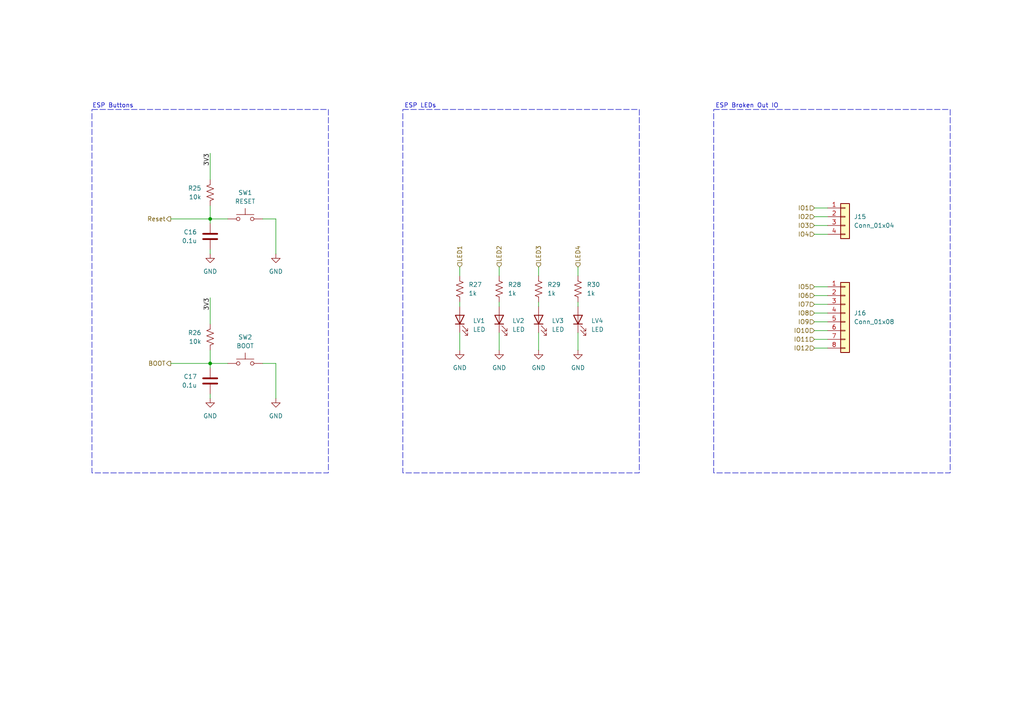
<source format=kicad_sch>
(kicad_sch (version 20250114) (generator "eeschema") (generator_version "9.0")
  (paper "A4")
  (lib_symbols
    (symbol "Connector_Generic:Conn_01x04" (pin_names (offset 1.016) (hide yes))
      (property "Reference" "J" (at 0 5.08 0))
      (property "Value" "Conn_01x04" (at 0 -7.62 0))
      (symbol "Conn_01x04_1_1"
        (rectangle (start -1.27 3.81) (end 1.27 -6.35) (stroke (width 0.254)) (fill (type background)))
        (rectangle (start -1.27 2.667) (end 0 2.413) (stroke (width 0.1524)))
        (rectangle (start -1.27 0.127) (end 0 -0.127) (stroke (width 0.1524)))
        (rectangle (start -1.27 -2.413) (end 0 -2.667) (stroke (width 0.1524)))
        (rectangle (start -1.27 -4.953) (end 0 -5.207) (stroke (width 0.1524)))
        (pin passive line (at -5.08 2.54 0) (length 3.81) (name "Pin_1") (number "1"))
        (pin passive line (at -5.08 0 0) (length 3.81) (name "Pin_2") (number "2"))
        (pin passive line (at -5.08 -2.54 0) (length 3.81) (name "Pin_3") (number "3"))
        (pin passive line (at -5.08 -5.08 0) (length 3.81) (name "Pin_4") (number "4"))
      )
    )
    (symbol "Connector_Generic:Conn_01x08" (pin_names (offset 1.016) (hide yes))
      (property "Reference" "J" (at 0 10.16 0))
      (property "Value" "Conn_01x08" (at 0 -12.7 0))
      (symbol "Conn_01x08_1_1"
        (rectangle (start -1.27 8.89) (end 1.27 -11.43) (stroke (width 0.254)) (fill (type background)))
        (rectangle (start -1.27 7.747) (end 0 7.493) (stroke (width 0.1524)))
        (rectangle (start -1.27 5.207) (end 0 4.953) (stroke (width 0.1524)))
        (rectangle (start -1.27 2.667) (end 0 2.413) (stroke (width 0.1524)))
        (rectangle (start -1.27 0.127) (end 0 -0.127) (stroke (width 0.1524)))
        (rectangle (start -1.27 -2.413) (end 0 -2.667) (stroke (width 0.1524)))
        (rectangle (start -1.27 -4.953) (end 0 -5.207) (stroke (width 0.1524)))
        (rectangle (start -1.27 -7.493) (end 0 -7.747) (stroke (width 0.1524)))
        (rectangle (start -1.27 -10.033) (end 0 -10.287) (stroke (width 0.1524)))
        (pin passive line (at -5.08 7.62 0) (length 3.81) (name "Pin_1") (number "1"))
        (pin passive line (at -5.08 5.08 0) (length 3.81) (name "Pin_2") (number "2"))
        (pin passive line (at -5.08 2.54 0) (length 3.81) (name "Pin_3") (number "3"))
        (pin passive line (at -5.08 0 0) (length 3.81) (name "Pin_4") (number "4"))
        (pin passive line (at -5.08 -2.54 0) (length 3.81) (name "Pin_5") (number "5"))
        (pin passive line (at -5.08 -5.08 0) (length 3.81) (name "Pin_6") (number "6"))
        (pin passive line (at -5.08 -7.62 0) (length 3.81) (name "Pin_7") (number "7"))
        (pin passive line (at -5.08 -10.16 0) (length 3.81) (name "Pin_8") (number "8"))
      )
    )
    (symbol "Device:C" (pin_numbers (hide yes)) (pin_names (offset 0.254))
      (property "Reference" "C" (at 0.635 2.54 0))
      (property "Value" "C" (at 0.635 -2.54 0))
      (symbol "C_0_1"
        (polyline (pts (xy -2.032 0.762) (xy 2.032 0.762)) (stroke (width 0.508)))
        (polyline (pts (xy -2.032 -0.762) (xy 2.032 -0.762)) (stroke (width 0.508)))
      )
      (symbol "C_1_1"
        (pin passive line (at 0 3.81 270) (length 2.794) (name "~") (number "1"))
        (pin passive line (at 0 -3.81 90) (length 2.794) (name "~") (number "2"))
      )
    )
    (symbol "Device:LED" (pin_numbers (hide yes)) (pin_names (offset 1.016) (hide yes))
      (property "Reference" "D" (at 0 2.54 0))
      (property "Value" "LED" (at 0 -2.54 0))
      (symbol "LED_0_1"
        (polyline (pts (xy -3.048 -0.762) (xy -4.572 -2.286) (xy -3.81 -2.286) (xy -4.572 -2.286) (xy -4.572 -1.524)))
        (polyline (pts (xy -1.778 -0.762) (xy -3.302 -2.286) (xy -2.54 -2.286) (xy -3.302 -2.286) (xy -3.302 -1.524)))
        (polyline (pts (xy -1.27 0) (xy 1.27 0)))
        (polyline (pts (xy -1.27 -1.27) (xy -1.27 1.27)) (stroke (width 0.254)))
        (polyline (pts (xy 1.27 -1.27) (xy 1.27 1.27) (xy -1.27 0) (xy 1.27 -1.27)) (stroke (width 0.254)))
      )
      (symbol "LED_1_1"
        (pin passive line (at -3.81 0 0) (length 2.54) (name "K") (number "1"))
        (pin passive line (at 3.81 0 180) (length 2.54) (name "A") (number "2"))
      )
    )
    (symbol "Device:R_US" (pin_numbers (hide yes)) (pin_names (offset 0))
      (property "Reference" "R" (at 2.54 0 90))
      (property "Value" "R_US" (at -2.54 0 90))
      (symbol "R_US_0_1"
        (polyline (pts (xy 0 2.286) (xy 0 2.54)))
        (polyline (pts (xy 0 2.286) (xy 1.016 1.905) (xy 0 1.524) (xy -1.016 1.143) (xy 0 0.762)))
        (polyline (pts (xy 0 0.762) (xy 1.016 0.381) (xy 0 0) (xy -1.016 -0.381) (xy 0 -0.762)))
        (polyline (pts (xy 0 -0.762) (xy 1.016 -1.143) (xy 0 -1.524) (xy -1.016 -1.905) (xy 0 -2.286)))
        (polyline (pts (xy 0 -2.286) (xy 0 -2.54)))
      )
      (symbol "R_US_1_1"
        (pin passive line (at 0 3.81 270) (length 1.27) (name "~") (number "1"))
        (pin passive line (at 0 -3.81 90) (length 1.27) (name "~") (number "2"))
      )
    )
    (symbol "Switch:SW_MEC_5G" (pin_numbers (hide yes)) (pin_names (offset 1.016) (hide yes))
      (property "Reference" "SW" (at 1.27 2.54 0))
      (property "Value" "SW_MEC_5G" (at 0 -1.524 0))
      (symbol "SW_MEC_5G_0_1"
        (circle (center -2.032 0) (radius 0.508))
        (polyline (pts (xy 0 1.27) (xy 0 3.048)))
        (circle (center 2.032 0) (radius 0.508))
        (polyline (pts (xy 2.54 1.27) (xy -2.54 1.27)))
        (pin passive line (at -5.08 0 0) (length 2.54) (name "A") (number "1"))
        (pin passive line (at 5.08 0 180) (length 2.54) (name "B") (number "3"))
      )
      (symbol "SW_MEC_5G_1_1"
        (pin passive line (at -5.08 0 0) (length 2.54) (hide yes) (name "A") (number "2"))
        (pin passive line (at 5.08 0 180) (length 2.54) (hide yes) (name "B") (number "4"))
      )
    )
    (symbol "power:GND" (power) (pin_numbers (hide yes)) (pin_names (offset 0) (hide yes))
      (property "Value" "GND" (at 0 -3.81 0))
      (symbol "GND_0_1"
        (polyline (pts (xy 0 0) (xy 0 -1.27) (xy 1.27 -1.27) (xy 0 -2.54) (xy -1.27 -1.27) (xy 0 -1.27)))
      )
      (symbol "GND_1_1"
        (pin power_in line (at 0 0 270) (length 0) (name "~") (number "1"))
      )
    )
  )
  (rectangle (start 26.67 31.75) (end 95.25 137.16) (stroke (width 0) (type dash)))
  (rectangle (start 207.01 31.75) (end 275.59 137.16) (stroke (width 0) (type dash)))
  (rectangle (start 116.84 31.75) (end 185.42 137.16) (stroke (width 0) (type dash)))
  (text "ESP Broken Out IO" (at 216.662 30.734 0) (effects (font (size 1.27 1.27))))
  (text "ESP Buttons" (at 32.766 30.734 0) (effects (font (size 1.27 1.27))))
  (text "ESP LEDs" (at 121.92 30.734 0) (effects (font (size 1.27 1.27))))
  (junction (at 60.96 105.41))
  (junction (at 60.96 63.5))
  (wire (pts (xy 167.64 96.52) (xy 167.64 101.6)))
  (wire (pts (xy 156.21 96.52) (xy 156.21 101.6)))
  (wire (pts (xy 236.22 98.425) (xy 240.03 98.425)))
  (wire (pts (xy 236.22 83.185) (xy 240.03 83.185)))
  (wire (pts (xy 49.53 63.5) (xy 60.96 63.5)))
  (wire (pts (xy 236.22 90.805) (xy 240.03 90.805)))
  (wire (pts (xy 60.96 63.5) (xy 60.96 64.77)))
  (wire (pts (xy 133.35 96.52) (xy 133.35 101.6)))
  (wire (pts (xy 60.96 59.69) (xy 60.96 63.5)))
  (wire (pts (xy 60.96 101.6) (xy 60.96 105.41)))
  (wire (pts (xy 167.64 77.47) (xy 167.64 80.01)))
  (wire (pts (xy 236.22 100.965) (xy 240.03 100.965)))
  (wire (pts (xy 236.22 65.405) (xy 240.03 65.405)))
  (wire (pts (xy 236.22 60.325) (xy 240.03 60.325)))
  (wire (pts (xy 60.96 72.39) (xy 60.96 73.66)))
  (wire (pts (xy 156.21 87.63) (xy 156.21 88.9)))
  (wire (pts (xy 144.78 87.63) (xy 144.78 88.9)))
  (wire (pts (xy 236.22 88.265) (xy 240.03 88.265)))
  (wire (pts (xy 66.04 105.41) (xy 60.96 105.41)))
  (wire (pts (xy 167.64 87.63) (xy 167.64 88.9)))
  (wire (pts (xy 236.22 95.885) (xy 240.03 95.885)))
  (wire (pts (xy 80.01 63.5) (xy 80.01 73.66)))
  (wire (pts (xy 236.22 93.345) (xy 240.03 93.345)))
  (wire (pts (xy 76.2 63.5) (xy 80.01 63.5)))
  (wire (pts (xy 236.22 85.725) (xy 240.03 85.725)))
  (wire (pts (xy 76.2 105.41) (xy 80.01 105.41)))
  (wire (pts (xy 80.01 105.41) (xy 80.01 115.57)))
  (wire (pts (xy 60.96 86.36) (xy 60.96 93.98)))
  (wire (pts (xy 236.22 62.865) (xy 240.03 62.865)))
  (wire (pts (xy 133.35 77.47) (xy 133.35 80.01)))
  (wire (pts (xy 60.96 105.41) (xy 49.53 105.41)))
  (wire (pts (xy 144.78 77.47) (xy 144.78 80.01)))
  (wire (pts (xy 66.04 63.5) (xy 60.96 63.5)))
  (wire (pts (xy 60.96 114.3) (xy 60.96 115.57)))
  (wire (pts (xy 60.96 105.41) (xy 60.96 106.68)))
  (wire (pts (xy 156.21 77.47) (xy 156.21 80.01)))
  (wire (pts (xy 236.22 67.945) (xy 240.03 67.945)))
  (wire (pts (xy 60.96 44.45) (xy 60.96 52.07)))
  (wire (pts (xy 144.78 96.52) (xy 144.78 101.6)))
  (wire (pts (xy 133.35 87.63) (xy 133.35 88.9)))
  (label "3V3" (at 60.96 44.45 270))
  (label "3V3" (at 60.96 86.36 270))
  (hierarchical_label "LED4" (shape input) (at 167.64 77.47 90))
  (hierarchical_label "IO5" (shape input) (at 236.22 83.185 180))
  (hierarchical_label "BOOT" (shape output) (at 49.53 105.41 180))
  (hierarchical_label "IO10" (shape input) (at 236.22 95.885 180))
  (hierarchical_label "IO7" (shape input) (at 236.22 88.265 180))
  (hierarchical_label "IO4" (shape input) (at 236.22 67.945 180))
  (hierarchical_label "IO9" (shape input) (at 236.22 93.345 180))
  (hierarchical_label "IO2" (shape input) (at 236.22 62.865 180))
  (hierarchical_label "Reset" (shape output) (at 49.53 63.5 180))
  (hierarchical_label "IO3" (shape input) (at 236.22 65.405 180))
  (hierarchical_label "IO6" (shape input) (at 236.22 85.725 180))
  (hierarchical_label "LED3" (shape input) (at 156.21 77.47 90))
  (hierarchical_label "LED1" (shape input) (at 133.35 77.47 90))
  (hierarchical_label "IO12" (shape input) (at 236.22 100.965 180))
  (hierarchical_label "IO11" (shape input) (at 236.22 98.425 180))
  (hierarchical_label "LED2" (shape input) (at 144.78 77.47 90))
  (hierarchical_label "IO1" (shape input) (at 236.22 60.325 180))
  (hierarchical_label "IO8" (shape input) (at 236.22 90.805 180))
  (symbol (lib_id "Connector_Generic:Conn_01x08") (at 245.11 90.805 0) (unit 1)
    (property "Reference" "J16" (at 247.65 90.8049 0) (effects (justify left)))
    (property "Value" "Conn_01x08" (at 247.65 93.3449 0) (effects (justify left)))
    (property "Footprint" "Connector_PinHeader_2.54mm:PinHeader_1x08_P2.54mm_Vertical" (effects (hide yes)))
    (property "Description" "Generic connector, single row, 01x08, script generated (kicad-library-utils/schlib/autogen/connector/)" (effects (hide yes)))
  )
  (symbol (lib_id "power:GND") (at 156.21 101.6 0) (unit 1)
    (property "Reference" "#PWR063" (effects (hide yes)))
    (property "Value" "GND" (at 156.21 106.68 0))
    (property "Description" "Power symbol creates a global label with name \"GND\" , ground" (effects (hide yes)))
  )
  (symbol (lib_id "Device:LED") (at 133.35 92.71 90) (unit 1)
    (property "Reference" "LV1" (at 137.16 93.0274 90) (effects (justify right)))
    (property "Value" "LED" (at 137.16 95.5674 90) (effects (justify right)))
    (property "Footprint" "LED_SMD:LED_0805_2012Metric" (effects (hide yes)))
    (property "Description" "Light emitting diode" (effects (hide yes)))
    (property "Sim.Pins" "1=K 2=A" (effects (hide yes)))
  )
  (symbol (lib_id "Connector_Generic:Conn_01x04") (at 245.11 62.865 0) (unit 1)
    (property "Reference" "J15" (at 247.65 62.8649 0) (effects (justify left)))
    (property "Value" "Conn_01x04" (at 247.65 65.4049 0) (effects (justify left)))
    (property "Footprint" "Connector_PinHeader_2.54mm:PinHeader_1x04_P2.54mm_Vertical" (effects (hide yes)))
    (property "Description" "Generic connector, single row, 01x04, script generated (kicad-library-utils/schlib/autogen/connector/)" (effects (hide yes)))
  )
  (symbol (lib_id "Switch:SW_MEC_5G") (at 71.12 105.41 0) (mirror y) (unit 1)
    (property "Reference" "SW2" (at 71.12 97.79 0))
    (property "Value" "BOOT" (at 71.12 100.33 0))
    (property "Footprint" "UTSVT_Special:SW_SPST_B3SL-1002P" (effects (hide yes)))
    (property "Datasheet" "http://www.apem.com/int/index.php?controller=attachment&id_attachment=488" (effects (hide yes)))
    (property "Description" "MEC 5G single pole normally-open tactile switch" (effects (hide yes)))
  )
  (symbol (lib_id "Device:R_US") (at 133.35 83.82 0) (unit 1)
    (property "Reference" "R27" (at 135.89 82.5499 0) (effects (justify left)))
    (property "Value" "1k" (at 135.89 85.0899 0) (effects (justify left)))
    (property "Footprint" "Resistor_SMD:R_0805_2012Metric" (effects (hide yes)))
    (property "Description" "Resistor, US symbol" (effects (hide yes)))
  )
  (symbol (lib_id "power:GND") (at 60.96 115.57 0) (mirror y) (unit 1)
    (property "Reference" "#PWR058" (effects (hide yes)))
    (property "Value" "GND" (at 60.96 120.65 0))
    (property "Description" "Power symbol creates a global label with name \"GND\" , ground" (effects (hide yes)))
  )
  (symbol (lib_id "power:GND") (at 167.64 101.6 0) (unit 1)
    (property "Reference" "#PWR064" (effects (hide yes)))
    (property "Value" "GND" (at 167.64 106.68 0))
    (property "Description" "Power symbol creates a global label with name \"GND\" , ground" (effects (hide yes)))
  )
  (symbol (lib_id "Device:C") (at 60.96 68.58 0) (mirror y) (unit 1)
    (property "Reference" "C16" (at 57.15 67.3099 0) (effects (justify left)))
    (property "Value" "0.1u" (at 57.15 69.8499 0) (effects (justify left)))
    (property "Footprint" "Capacitor_SMD:C_0805_2012Metric" (effects (hide yes)))
    (property "Description" "Unpolarized capacitor" (effects (hide yes)))
  )
  (symbol (lib_id "power:GND") (at 60.96 73.66 0) (mirror y) (unit 1)
    (property "Reference" "#PWR057" (effects (hide yes)))
    (property "Value" "GND" (at 60.96 78.74 0))
    (property "Description" "Power symbol creates a global label with name \"GND\" , ground" (effects (hide yes)))
  )
  (symbol (lib_id "Device:R_US") (at 60.96 55.88 0) (mirror y) (unit 1)
    (property "Reference" "R25" (at 58.42 54.6099 0) (effects (justify left)))
    (property "Value" "10k" (at 58.42 57.1499 0) (effects (justify left)))
    (property "Footprint" "Resistor_SMD:R_0805_2012Metric" (effects (hide yes)))
    (property "Description" "Resistor, US symbol" (effects (hide yes)))
  )
  (symbol (lib_id "Device:R_US") (at 144.78 83.82 0) (unit 1)
    (property "Reference" "R28" (at 147.32 82.5499 0) (effects (justify left)))
    (property "Value" "1k" (at 147.32 85.0899 0) (effects (justify left)))
    (property "Footprint" "Resistor_SMD:R_0805_2012Metric" (effects (hide yes)))
    (property "Description" "Resistor, US symbol" (effects (hide yes)))
  )
  (symbol (lib_id "Device:LED") (at 144.78 92.71 90) (unit 1)
    (property "Reference" "LV2" (at 148.59 93.0274 90) (effects (justify right)))
    (property "Value" "LED" (at 148.59 95.5674 90) (effects (justify right)))
    (property "Footprint" "LED_SMD:LED_0805_2012Metric" (effects (hide yes)))
    (property "Description" "Light emitting diode" (effects (hide yes)))
    (property "Sim.Pins" "1=K 2=A" (effects (hide yes)))
  )
  (symbol (lib_id "power:GND") (at 80.01 73.66 0) (mirror y) (unit 1)
    (property "Reference" "#PWR059" (effects (hide yes)))
    (property "Value" "GND" (at 80.01 78.74 0))
    (property "Description" "Power symbol creates a global label with name \"GND\" , ground" (effects (hide yes)))
  )
  (symbol (lib_id "Device:R_US") (at 156.21 83.82 0) (unit 1)
    (property "Reference" "R29" (at 158.75 82.5499 0) (effects (justify left)))
    (property "Value" "1k" (at 158.75 85.0899 0) (effects (justify left)))
    (property "Footprint" "Resistor_SMD:R_0805_2012Metric" (effects (hide yes)))
    (property "Description" "Resistor, US symbol" (effects (hide yes)))
  )
  (symbol (lib_id "power:GND") (at 133.35 101.6 0) (unit 1)
    (property "Reference" "#PWR061" (effects (hide yes)))
    (property "Value" "GND" (at 133.35 106.68 0))
    (property "Description" "Power symbol creates a global label with name \"GND\" , ground" (effects (hide yes)))
  )
  (symbol (lib_id "Device:R_US") (at 167.64 83.82 0) (unit 1)
    (property "Reference" "R30" (at 170.18 82.5499 0) (effects (justify left)))
    (property "Value" "1k" (at 170.18 85.0899 0) (effects (justify left)))
    (property "Footprint" "Resistor_SMD:R_0805_2012Metric" (effects (hide yes)))
    (property "Description" "Resistor, US symbol" (effects (hide yes)))
  )
  (symbol (lib_id "Switch:SW_MEC_5G") (at 71.12 63.5 0) (mirror y) (unit 1)
    (property "Reference" "SW1" (at 71.12 55.88 0))
    (property "Value" "RESET" (at 71.12 58.42 0))
    (property "Footprint" "UTSVT_Special:SW_SPST_B3SL-1002P" (effects (hide yes)))
    (property "Datasheet" "http://www.apem.com/int/index.php?controller=attachment&id_attachment=488" (effects (hide yes)))
    (property "Description" "MEC 5G single pole normally-open tactile switch" (effects (hide yes)))
  )
  (symbol (lib_id "Device:LED") (at 167.64 92.71 90) (unit 1)
    (property "Reference" "LV4" (at 171.45 93.0274 90) (effects (justify right)))
    (property "Value" "LED" (at 171.45 95.5674 90) (effects (justify right)))
    (property "Footprint" "LED_SMD:LED_0805_2012Metric" (effects (hide yes)))
    (property "Description" "Light emitting diode" (effects (hide yes)))
    (property "Sim.Pins" "1=K 2=A" (effects (hide yes)))
  )
  (symbol (lib_id "power:GND") (at 80.01 115.57 0) (mirror y) (unit 1)
    (property "Reference" "#PWR060" (effects (hide yes)))
    (property "Value" "GND" (at 80.01 120.65 0))
    (property "Description" "Power symbol creates a global label with name \"GND\" , ground" (effects (hide yes)))
  )
  (symbol (lib_id "Device:LED") (at 156.21 92.71 90) (unit 1)
    (property "Reference" "LV3" (at 160.02 93.0274 90) (effects (justify right)))
    (property "Value" "LED" (at 160.02 95.5674 90) (effects (justify right)))
    (property "Footprint" "LED_SMD:LED_0805_2012Metric" (effects (hide yes)))
    (property "Description" "Light emitting diode" (effects (hide yes)))
    (property "Sim.Pins" "1=K 2=A" (effects (hide yes)))
  )
  (symbol (lib_id "power:GND") (at 144.78 101.6 0) (unit 1)
    (property "Reference" "#PWR062" (effects (hide yes)))
    (property "Value" "GND" (at 144.78 106.68 0))
    (property "Description" "Power symbol creates a global label with name \"GND\" , ground" (effects (hide yes)))
  )
  (symbol (lib_id "Device:R_US") (at 60.96 97.79 0) (mirror y) (unit 1)
    (property "Reference" "R26" (at 58.42 96.5199 0) (effects (justify left)))
    (property "Value" "10k" (at 58.42 99.0599 0) (effects (justify left)))
    (property "Footprint" "Resistor_SMD:R_0805_2012Metric" (effects (hide yes)))
    (property "Description" "Resistor, US symbol" (effects (hide yes)))
  )
  (symbol (lib_id "Device:C") (at 60.96 110.49 0) (mirror y) (unit 1)
    (property "Reference" "C17" (at 57.15 109.2199 0) (effects (justify left)))
    (property "Value" "0.1u" (at 57.15 111.7599 0) (effects (justify left)))
    (property "Footprint" "Capacitor_SMD:C_0805_2012Metric" (effects (hide yes)))
    (property "Description" "Unpolarized capacitor" (effects (hide yes)))
  )
)
</source>
